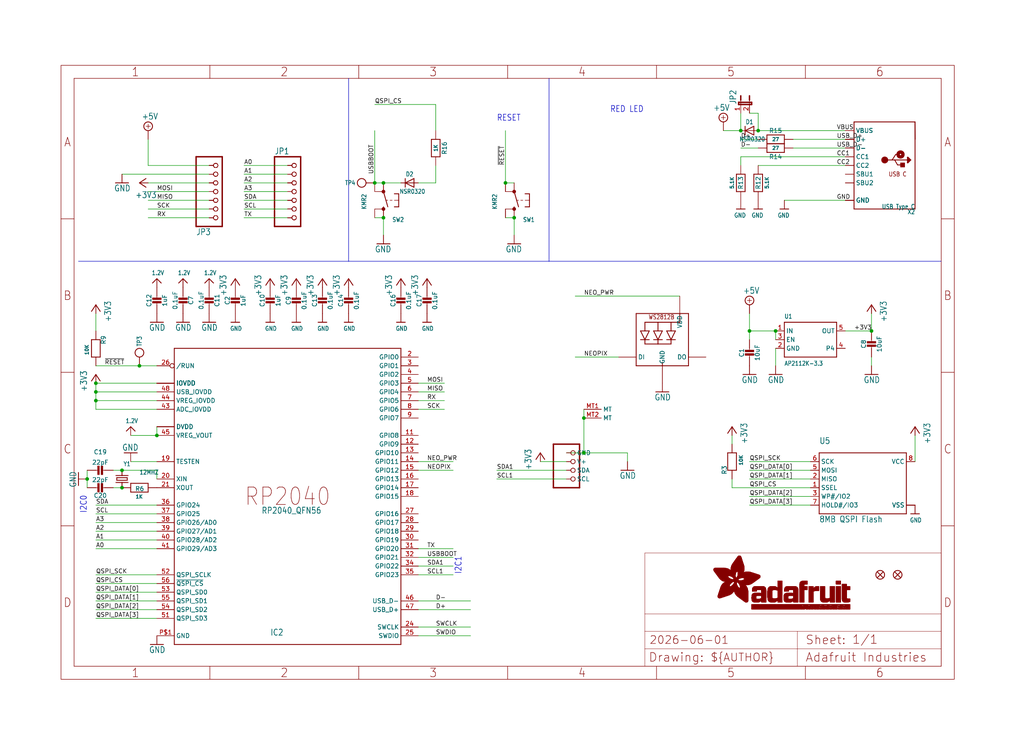
<source format=kicad_sch>
(kicad_sch (version 20230121) (generator eeschema)
  (paper "User" 298.45 217.322)
  (lib_symbols
    (symbol "working-eagle-import:+3V3" (power)
      (property "Value" "+3V3" (at -2.54 -5.08 90))
      (symbol "+3V3_1_0"
        (pin power_in line (at 0 -2.54 90) (length 2.54) (name "+3V3") (number "1"))
      )
    )
    (symbol "working-eagle-import:+5V" (power)
      (property "Value" "+5V" (at -1.905 3.175 0))
      (symbol "+5V_1_0"
        (pin power_in line (at 0 -2.54 90) (length 2.54) (name "+5V") (number "1"))
      )
    )
    (symbol "working-eagle-import:1.2V" (power)
      (property "Value" "1.2V" (at -1.524 1.016 0))
      (symbol "1.2V_1_0"
        (pin power_in line (at 0 -2.54 90) (length 2.54) (name "1.2V") (number "1"))
      )
    )
    (symbol "working-eagle-import:CAP_CERAMIC0603_NO"
      (property "Reference" "C" (at -2.29 1.25 90))
      (symbol "CAP_CERAMIC0603_NO_1_0"
        (pin passive line (at 0 5.08 270) (length 2.54) (name "1") (number "1"))
        (pin passive line (at 0 -2.54 90) (length 2.54) (name "2") (number "2"))
      )
    )
    (symbol "working-eagle-import:CAP_CERAMIC0805-NOOUTLINE"
      (property "Reference" "C" (at -2.29 1.25 90))
      (symbol "CAP_CERAMIC0805-NOOUTLINE_1_0"
        (pin passive line (at 0 5.08 270) (length 2.54) (name "1") (number "1"))
        (pin passive line (at 0 -2.54 90) (length 2.54) (name "2") (number "2"))
      )
    )
    (symbol "working-eagle-import:CAP_CERAMIC_0402NO"
      (property "Reference" "C" (at -2.29 1.25 90))
      (symbol "CAP_CERAMIC_0402NO_1_0"
        (pin passive line (at 0 5.08 270) (length 2.54) (name "1") (number "1"))
        (pin passive line (at 0 -2.54 90) (length 2.54) (name "2") (number "2"))
      )
    )
    (symbol "working-eagle-import:CRYSTAL2.5X2.0"
      (property "Reference" "Y" (at -2.54 2.54 0))
      (symbol "CRYSTAL2.5X2.0_1_0"
        (pin passive line (at -2.54 0 0) (length 0) (name "1") (number "1"))
        (pin passive line (at 2.54 0 180) (length 0) (name "2") (number "3"))
      )
    )
    (symbol "working-eagle-import:DIODE_SOD323MINI"
      (property "Reference" "D" (at 0 2.54 0))
      (symbol "DIODE_SOD323MINI_1_0"
        (pin passive line (at -2.54 0 0) (length 2.54) (name "A") (number "A"))
        (pin passive line (at 2.54 0 180) (length 2.54) (name "C") (number "C"))
      )
    )
    (symbol "working-eagle-import:FIDUCIAL_1MM")
    (symbol "working-eagle-import:FRAME_A4_ADAFRUIT"
      (symbol "FRAME_A4_ADAFRUIT_1_0"
        (text "${#}/${##}" (at 230.505 10.16 0) (effects (font (size 2.54 2.54)) (justify left bottom)))
        (text "${AUTHOR}" (at 189.23 5.08 0) (effects (font (size 2.286 2.286)) (justify left bottom)))
        (text "${CURRENT_DATE}" (at 171.45 10.16 0) (effects (font (size 2.286 2.286)) (justify left bottom)))
        (text "${PROJECTNAME}" (at 171.45 15.24 0) (effects (font (size 2.54 2.54)) (justify left bottom)))
        (text "1" (at 21.6958 1.905 0) (effects (font (size 2.54 2.286))))
        (text "1" (at 21.6958 177.165 0) (effects (font (size 2.54 2.286))))
        (text "2" (at 65.0875 1.905 0) (effects (font (size 2.54 2.286))))
        (text "2" (at 65.0875 177.165 0) (effects (font (size 2.54 2.286))))
        (text "3" (at 108.4792 1.905 0) (effects (font (size 2.54 2.286))))
        (text "3" (at 108.4792 177.165 0) (effects (font (size 2.54 2.286))))
        (text "4" (at 151.8708 1.905 0) (effects (font (size 2.54 2.286))))
        (text "4" (at 151.8708 177.165 0) (effects (font (size 2.54 2.286))))
        (text "5" (at 195.2625 1.905 0) (effects (font (size 2.54 2.286))))
        (text "5" (at 195.2625 177.165 0) (effects (font (size 2.54 2.286))))
        (text "6" (at 238.6542 1.905 0) (effects (font (size 2.54 2.286))))
        (text "6" (at 238.6542 177.165 0) (effects (font (size 2.54 2.286))))
        (text "A" (at 1.905 156.6863 0) (effects (font (size 2.54 2.286))))
        (text "A" (at 258.445 156.6863 0) (effects (font (size 2.54 2.286))))
        (text "Adafruit Industries" (at 216.916 4.953 0) (effects (font (size 2.54 2.54)) (justify left bottom)))
        (text "B" (at 1.905 111.9188 0) (effects (font (size 2.54 2.286))))
        (text "B" (at 258.445 111.9188 0) (effects (font (size 2.54 2.286))))
        (text "C" (at 1.905 67.1513 0) (effects (font (size 2.54 2.286))))
        (text "C" (at 258.445 67.1513 0) (effects (font (size 2.54 2.286))))
        (text "D" (at 1.905 22.3838 0) (effects (font (size 2.54 2.286))))
        (text "D" (at 258.445 22.3838 0) (effects (font (size 2.54 2.286))))
        (text "Drawing:" (at 171.196 4.953 0) (effects (font (size 2.54 2.54)) (justify left bottom)))
        (text "Sheet:" (at 216.916 10.033 0) (effects (font (size 2.54 2.54)) (justify left bottom)))
      )
    )
    (symbol "working-eagle-import:GND" (power)
      (property "Value" "GND" (at -2.54 -2.54 0))
      (symbol "GND_1_0"
        (pin power_in line (at 0 2.54 270) (length 2.54) (name "GND") (number "1"))
      )
    )
    (symbol "working-eagle-import:HEADER-1X7_CASTEL"
      (property "Reference" "JP" (at -6.35 10.795 0))
      (symbol "HEADER-1X7_CASTEL_1_0"
        (pin passive inverted (at -2.54 7.62 0) (length 2.54) (name "1") (number "1"))
        (pin passive inverted (at -2.54 7.62 0) (length 2.54) (name "1") (number "1C"))
        (pin passive inverted (at -2.54 5.08 0) (length 2.54) (name "2") (number "2"))
        (pin passive inverted (at -2.54 5.08 0) (length 2.54) (name "2") (number "2C"))
        (pin passive inverted (at -2.54 2.54 0) (length 2.54) (name "3") (number "3"))
        (pin passive inverted (at -2.54 2.54 0) (length 2.54) (name "3") (number "3C"))
        (pin passive inverted (at -2.54 0 0) (length 2.54) (name "4") (number "4"))
        (pin passive inverted (at -2.54 0 0) (length 2.54) (name "4") (number "4C"))
        (pin passive inverted (at -2.54 -2.54 0) (length 2.54) (name "5") (number "5"))
        (pin passive inverted (at -2.54 -2.54 0) (length 2.54) (name "5") (number "5C"))
        (pin passive inverted (at -2.54 -5.08 0) (length 2.54) (name "6") (number "6"))
        (pin passive inverted (at -2.54 -5.08 0) (length 2.54) (name "6") (number "6C"))
        (pin passive inverted (at -2.54 -7.62 0) (length 2.54) (name "7") (number "7"))
        (pin passive inverted (at -2.54 -7.62 0) (length 2.54) (name "7") (number "7C"))
      )
    )
    (symbol "working-eagle-import:JUMPER-2SMD-NO"
      (property "Reference" "JP" (at -1.27 0 90))
      (symbol "JUMPER-2SMD-NO_1_0"
        (pin passive line (at 0 -2.54 90) (length 2.54) (name "1") (number "1"))
        (pin passive line (at 2.54 -2.54 90) (length 2.54) (name "2") (number "2"))
      )
    )
    (symbol "working-eagle-import:RESISTOR_0402NO"
      (property "Reference" "R" (at 0 2.54 0))
      (symbol "RESISTOR_0402NO_1_0"
        (pin passive line (at -5.08 0 0) (length 2.54) (name "1") (number "1"))
        (pin passive line (at 5.08 0 180) (length 2.54) (name "2") (number "2"))
      )
    )
    (symbol "working-eagle-import:RP2040_QFN56"
      (property "Reference" "IC" (at -5.08 -40.64 0))
      (symbol "RP2040_QFN56_1_0"
        (text "RP2040" (at 0 0 0) (effects (font (size 5.08 4.318))))
        (pin power_in line (at -38.1 33.02 0) (length 5.08) (name "IOVDD") (number "1"))
        (pin power_in line (at -38.1 33.02 0) (length 5.08) (name "IOVDD") (number "10"))
        (pin bidirectional line (at 38.1 17.78 180) (length 5.08) (name "GPIO8") (number "11"))
        (pin bidirectional line (at 38.1 15.24 180) (length 5.08) (name "GPIO9") (number "12"))
        (pin bidirectional line (at 38.1 12.7 180) (length 5.08) (name "GPIO10") (number "13"))
        (pin bidirectional line (at 38.1 10.16 180) (length 5.08) (name "GPIO11") (number "14"))
        (pin bidirectional line (at 38.1 7.62 180) (length 5.08) (name "GPIO12") (number "15"))
        (pin bidirectional line (at 38.1 5.08 180) (length 5.08) (name "GPIO13") (number "16"))
        (pin bidirectional line (at 38.1 2.54 180) (length 5.08) (name "GPIO14") (number "17"))
        (pin bidirectional line (at 38.1 0 180) (length 5.08) (name "GPIO15") (number "18"))
        (pin input line (at -38.1 10.16 0) (length 5.08) (name "TESTEN") (number "19"))
        (pin bidirectional line (at 38.1 40.64 180) (length 5.08) (name "GPIO0") (number "2"))
        (pin input line (at -38.1 5.08 0) (length 5.08) (name "XIN") (number "20"))
        (pin output line (at -38.1 2.54 0) (length 5.08) (name "XOUT") (number "21"))
        (pin power_in line (at -38.1 33.02 0) (length 5.08) (name "IOVDD") (number "22"))
        (pin power_in line (at -38.1 20.32 0) (length 5.08) (name "DVDD") (number "23"))
        (pin bidirectional line (at 38.1 -38.1 180) (length 5.08) (name "SWCLK") (number "24"))
        (pin bidirectional line (at 38.1 -40.64 180) (length 5.08) (name "SWDIO") (number "25"))
        (pin bidirectional inverted (at -38.1 38.1 0) (length 5.08) (name "/RUN") (number "26"))
        (pin bidirectional line (at 38.1 -5.08 180) (length 5.08) (name "GPIO16") (number "27"))
        (pin bidirectional line (at 38.1 -7.62 180) (length 5.08) (name "GPIO17") (number "28"))
        (pin bidirectional line (at 38.1 -10.16 180) (length 5.08) (name "GPIO18") (number "29"))
        (pin bidirectional line (at 38.1 38.1 180) (length 5.08) (name "GPIO1") (number "3"))
        (pin bidirectional line (at 38.1 -12.7 180) (length 5.08) (name "GPIO19") (number "30"))
        (pin bidirectional line (at 38.1 -15.24 180) (length 5.08) (name "GPIO20") (number "31"))
        (pin bidirectional line (at 38.1 -17.78 180) (length 5.08) (name "GPIO21") (number "32"))
        (pin power_in line (at -38.1 33.02 0) (length 5.08) (name "IOVDD") (number "33"))
        (pin bidirectional line (at 38.1 -20.32 180) (length 5.08) (name "GPIO22") (number "34"))
        (pin bidirectional line (at 38.1 -22.86 180) (length 5.08) (name "GPIO23") (number "35"))
        (pin bidirectional line (at -38.1 -2.54 0) (length 5.08) (name "GPIO24") (number "36"))
        (pin bidirectional line (at -38.1 -5.08 0) (length 5.08) (name "GPIO25") (number "37"))
        (pin bidirectional line (at -38.1 -7.62 0) (length 5.08) (name "GPIO26/AD0") (number "38"))
        (pin bidirectional line (at -38.1 -10.16 0) (length 5.08) (name "GPIO27/AD1") (number "39"))
        (pin bidirectional line (at 38.1 35.56 180) (length 5.08) (name "GPIO2") (number "4"))
        (pin bidirectional line (at -38.1 -12.7 0) (length 5.08) (name "GPIO28/AD2") (number "40"))
        (pin bidirectional line (at -38.1 -15.24 0) (length 5.08) (name "GPIO29/AD3") (number "41"))
        (pin power_in line (at -38.1 33.02 0) (length 5.08) (name "IOVDD") (number "42"))
        (pin power_in line (at -38.1 25.4 0) (length 5.08) (name "ADC_IOVDD") (number "43"))
        (pin power_in line (at -38.1 27.94 0) (length 5.08) (name "VREG_IOVDD") (number "44"))
        (pin power_in line (at -38.1 17.78 0) (length 5.08) (name "VREG_VOUT") (number "45"))
        (pin bidirectional line (at 38.1 -30.48 180) (length 5.08) (name "USB_D-") (number "46"))
        (pin bidirectional line (at 38.1 -33.02 180) (length 5.08) (name "USB_D+") (number "47"))
        (pin power_in line (at -38.1 30.48 0) (length 5.08) (name "USB_IOVDD") (number "48"))
        (pin power_in line (at -38.1 33.02 0) (length 5.08) (name "IOVDD") (number "49"))
        (pin bidirectional line (at 38.1 33.02 180) (length 5.08) (name "GPIO3") (number "5"))
        (pin power_in line (at -38.1 20.32 0) (length 5.08) (name "DVDD") (number "50"))
        (pin bidirectional line (at -38.1 -35.56 0) (length 5.08) (name "QSPI_SD3") (number "51"))
        (pin bidirectional line (at -38.1 -22.86 0) (length 5.08) (name "QSPI_SCLK") (number "52"))
        (pin bidirectional line (at -38.1 -27.94 0) (length 5.08) (name "QSPI_SD0") (number "53"))
        (pin bidirectional line (at -38.1 -33.02 0) (length 5.08) (name "QSPI_SD2") (number "54"))
        (pin bidirectional line (at -38.1 -30.48 0) (length 5.08) (name "QSPI_SD1") (number "55"))
        (pin bidirectional line (at -38.1 -25.4 0) (length 5.08) (name "~{QSPI_CS}") (number "56"))
        (pin bidirectional line (at 38.1 30.48 180) (length 5.08) (name "GPIO4") (number "6"))
        (pin bidirectional line (at 38.1 27.94 180) (length 5.08) (name "GPIO5") (number "7"))
        (pin bidirectional line (at 38.1 25.4 180) (length 5.08) (name "GPIO6") (number "8"))
        (pin bidirectional line (at 38.1 22.86 180) (length 5.08) (name "GPIO7") (number "9"))
        (pin power_in line (at -38.1 -40.64 0) (length 5.08) (name "GND") (number "P$1"))
      )
    )
    (symbol "working-eagle-import:SPIFLASH_8PIN_4X4"
      (property "Reference" "U" (at -12.7 12.7 0))
      (symbol "SPIFLASH_8PIN_4X4_1_0"
        (pin bidirectional line (at -15.24 0 0) (length 2.54) (name "SSEL") (number "1"))
        (pin bidirectional line (at -15.24 2.54 0) (length 2.54) (name "MISO") (number "2"))
        (pin bidirectional line (at -15.24 -2.54 0) (length 2.54) (name "WP#/IO2") (number "3"))
        (pin bidirectional line (at 15.24 -5.08 180) (length 2.54) (name "VSS") (number "4"))
        (pin bidirectional line (at -15.24 5.08 0) (length 2.54) (name "MOSI") (number "5"))
        (pin bidirectional line (at -15.24 7.62 0) (length 2.54) (name "SCK") (number "6"))
        (pin bidirectional line (at -15.24 -5.08 0) (length 2.54) (name "HOLD#/IO3") (number "7"))
        (pin bidirectional line (at 15.24 7.62 180) (length 2.54) (name "VCC") (number "8"))
        (pin bidirectional line (at 15.24 -5.08 180) (length 2.54) (name "VSS") (number "PAD"))
      )
    )
    (symbol "working-eagle-import:STEMMA_I2C_QTSKINNY"
      (symbol "STEMMA_I2C_QTSKINNY_1_0"
        (pin passive inverted (at 0 5.08 0) (length 2.54) (name "GND") (number "1"))
        (pin passive inverted (at 0 2.54 0) (length 2.54) (name "V+") (number "2"))
        (pin passive inverted (at 0 0 0) (length 2.54) (name "SDA") (number "3"))
        (pin passive inverted (at 0 -2.54 0) (length 2.54) (name "SCL") (number "4"))
      )
      (symbol "STEMMA_I2C_QTSKINNY_2_0"
        (pin bidirectional line (at 0 0 0) (length 5.08) (name "MT") (number "MT1"))
      )
      (symbol "STEMMA_I2C_QTSKINNY_3_0"
        (pin bidirectional line (at 0 0 0) (length 5.08) (name "MT") (number "MT2"))
      )
    )
    (symbol "working-eagle-import:SWITCH_TACT_SMT4.6X2.8"
      (property "Reference" "SW" (at -2.54 6.35 0))
      (symbol "SWITCH_TACT_SMT4.6X2.8_1_0"
        (pin passive line (at -5.08 0 0) (length 2.54) (name "P") (number "A"))
        (pin passive line (at -5.08 -2.54 0) (length 2.54) (name "P1") (number "A'"))
        (pin passive line (at 5.08 0 180) (length 2.54) (name "S") (number "B"))
        (pin passive line (at 5.08 -2.54 180) (length 2.54) (name "S1") (number "B'"))
      )
    )
    (symbol "working-eagle-import:TESTPOINTROUND1.5MMNO"
      (property "Reference" "TP" (at 0 5.588 90))
      (symbol "TESTPOINTROUND1.5MMNO_1_0"
        (pin bidirectional line (at 0 0 90) (length 2.54) (name "P$1") (number "P$1"))
      )
    )
    (symbol "working-eagle-import:USB_C"
      (property "Reference" "X" (at -10.16 13.716 0))
      (symbol "USB_C_1_0"
        (text "USB C" (at -5.08 -2.54 0) (effects (font (size 1.27 1.0795))))
        (pin power_in line (at 10.16 -10.16 180) (length 2.54) (name "GND") (number "A1B12"))
        (pin power_in line (at 10.16 10.16 180) (length 2.54) (name "VBUS") (number "A4B9"))
        (pin bidirectional line (at 10.16 2.54 180) (length 2.54) (name "CC1") (number "A5"))
        (pin bidirectional line (at 10.16 7.62 180) (length 2.54) (name "D+") (number "A6"))
        (pin bidirectional line (at 10.16 5.08 180) (length 2.54) (name "D-") (number "A7"))
        (pin bidirectional line (at 10.16 -2.54 180) (length 2.54) (name "SBU1") (number "A8"))
        (pin power_in line (at 10.16 -10.16 180) (length 2.54) (name "GND") (number "B1A12"))
        (pin power_in line (at 10.16 10.16 180) (length 2.54) (name "VBUS") (number "B4A9"))
        (pin bidirectional line (at 10.16 0 180) (length 2.54) (name "CC2") (number "B5"))
        (pin bidirectional line (at 10.16 7.62 180) (length 2.54) (name "D+") (number "B6"))
        (pin bidirectional line (at 10.16 5.08 180) (length 2.54) (name "D-") (number "B7"))
        (pin bidirectional line (at 10.16 -5.08 180) (length 2.54) (name "SBU2") (number "B8"))
      )
    )
    (symbol "working-eagle-import:VREG_SOT23-5"
      (property "Reference" "U" (at -7.62 6.096 0))
      (symbol "VREG_SOT23-5_1_0"
        (pin power_in line (at -10.16 2.54 0) (length 2.54) (name "IN") (number "1"))
        (pin power_in line (at -10.16 -2.54 0) (length 2.54) (name "GND") (number "2"))
        (pin input line (at -10.16 0 0) (length 2.54) (name "EN") (number "3"))
        (pin bidirectional line (at 10.16 -2.54 180) (length 2.54) (name "P4") (number "4"))
        (pin power_in line (at 10.16 2.54 180) (length 2.54) (name "OUT") (number "5"))
      )
    )
    (symbol "working-eagle-import:WS2812B_SK6805_1515"
      (symbol "WS2812B_SK6805_1515_1_0"
        (text "WS2812B" (at -4.064 8.382 0) (effects (font (size 1.27 1.0795)) (justify left bottom)))
        (pin input line (at -12.7 -2.54 0) (length 5.08) (name "DI") (number "1"))
        (pin power_in line (at 5.08 15.24 270) (length 5.08) (name "VDD") (number "2"))
        (pin output line (at 12.7 -2.54 180) (length 5.08) (name "DO") (number "3"))
        (pin power_in line (at 0 -10.16 90) (length 5.08) (name "GND") (number "4"))
      )
    )
    (symbol "working-eagle-import:microbuilder_GND" (power)
      (property "Value" "microbuilder_GND" (at -1.524 -2.54 0))
      (symbol "microbuilder_GND_1_0"
        (pin power_in line (at 0 2.54 270) (length 2.54) (name "GND") (number "1"))
      )
    )
  )
  (junction (at 147.32 53.34))
  (junction (at 40.64 106.68))
  (junction (at 149.86 63.5))
  (junction (at 25.4 139.7))
  (junction (at 27.94 114.3))
  (junction (at 45.72 127))
  (junction (at 170.18 132.08))
  (junction (at 170.18 121.92))
  (junction (at 220.98 38.1))
  (junction (at 215.9 38.1))
  (junction (at 27.94 116.84))
  (junction (at 35.56 137.16))
  (junction (at 111.76 53.34))
  (junction (at 35.56 142.24))
  (junction (at 218.44 96.52))
  (junction (at 27.94 111.76))
  (junction (at 226.06 96.52))
  (junction (at 111.76 63.5))
  (junction (at 254 96.52))
  (junction (at 109.22 53.34))
  (wire (pts (xy 27.94 114.3) (xy 27.94 111.76)) (stroke (width 0.1524)))
  (wire (pts (xy 236.22 139.7) (xy 218.44 139.7)) (stroke (width 0.1524)))
  (wire (pts (xy 83.82 55.88) (xy 71.12 55.88)) (stroke (width 0.1524)))
  (wire (pts (xy 40.64 106.68) (xy 27.94 106.68)) (stroke (width 0.1524)))
  (wire (pts (xy 27.94 154.94) (xy 45.72 154.94)) (stroke (width 0.1524)))
  (wire (pts (xy 198.12 86.36) (xy 167.64 86.36)) (stroke (width 0.1524)))
  (wire (pts (xy 215.9 38.1) (xy 210.82 38.1)) (stroke (width 0.1524)))
  (wire (pts (xy 25.4 139.7) (xy 25.4 137.16)) (stroke (width 0.1524)))
  (wire (pts (xy 60.96 48.26) (xy 43.18 48.26)) (stroke (width 0.1524)))
  (wire (pts (xy 35.56 137.16) (xy 45.72 137.16)) (stroke (width 0.1524)))
  (wire (pts (xy 35.56 137.16) (xy 33.02 137.16)) (stroke (width 0.1524)))
  (wire (pts (xy 180.34 104.14) (xy 167.64 104.14)) (stroke (width 0.1524)))
  (wire (pts (xy 27.94 175.26) (xy 45.72 175.26)) (stroke (width 0.1524)))
  (wire (pts (xy 149.86 53.34) (xy 147.32 53.34)) (stroke (width 0.1524)))
  (wire (pts (xy 33.02 142.24) (xy 35.56 142.24)) (stroke (width 0.1524)))
  (wire (pts (xy 132.08 167.64) (xy 121.92 167.64)) (stroke (width 0.1524)))
  (wire (pts (xy 25.4 142.24) (xy 25.4 139.7)) (stroke (width 0.1524)))
  (wire (pts (xy 218.44 91.44) (xy 218.44 96.52)) (stroke (width 0.1524)))
  (wire (pts (xy 27.94 160.02) (xy 45.72 160.02)) (stroke (width 0.1524)))
  (wire (pts (xy 121.92 114.3) (xy 129.54 114.3)) (stroke (width 0.1524)))
  (wire (pts (xy 215.9 43.18) (xy 220.98 43.18)) (stroke (width 0.1524)))
  (wire (pts (xy 228.6 58.42) (xy 246.38 58.42)) (stroke (width 0.1524)))
  (wire (pts (xy 121.92 111.76) (xy 129.54 111.76)) (stroke (width 0.1524)))
  (wire (pts (xy 60.96 55.88) (xy 43.18 55.88)) (stroke (width 0.1524)))
  (wire (pts (xy 60.96 63.5) (xy 43.18 63.5)) (stroke (width 0.1524)))
  (wire (pts (xy 83.82 60.96) (xy 71.12 60.96)) (stroke (width 0.1524)))
  (wire (pts (xy 121.92 134.62) (xy 132.08 134.62)) (stroke (width 0.1524)))
  (wire (pts (xy 170.18 119.38) (xy 170.18 121.92)) (stroke (width 0.1524)))
  (wire (pts (xy 127 38.1) (xy 127 30.48)) (stroke (width 0.1524)))
  (wire (pts (xy 60.96 53.34) (xy 43.18 53.34)) (stroke (width 0.1524)))
  (wire (pts (xy 45.72 114.3) (xy 27.94 114.3)) (stroke (width 0.1524)))
  (wire (pts (xy 213.36 127) (xy 213.36 129.54)) (stroke (width 0.1524)))
  (wire (pts (xy 111.76 63.5) (xy 111.76 68.58)) (stroke (width 0.1524)))
  (wire (pts (xy 213.36 142.24) (xy 236.22 142.24)) (stroke (width 0.1524)))
  (wire (pts (xy 121.92 175.26) (xy 137.16 175.26)) (stroke (width 0.1524)))
  (wire (pts (xy 254 106.68) (xy 254 104.14)) (stroke (width 0.1524)))
  (wire (pts (xy 45.72 170.18) (xy 27.94 170.18)) (stroke (width 0.1524)))
  (wire (pts (xy 45.72 167.64) (xy 27.94 167.64)) (stroke (width 0.1524)))
  (wire (pts (xy 182.88 132.08) (xy 182.88 134.62)) (stroke (width 0.1524)))
  (wire (pts (xy 45.72 157.48) (xy 27.94 157.48)) (stroke (width 0.1524)))
  (polyline (pts (xy 160.02 76.2) (xy 101.6 76.2)) (stroke (width 0.1524) (type solid)))
  (wire (pts (xy 45.72 119.38) (xy 27.94 119.38)) (stroke (width 0.1524)))
  (wire (pts (xy 27.94 180.34) (xy 45.72 180.34)) (stroke (width 0.1524)))
  (wire (pts (xy 45.72 137.16) (xy 45.72 139.7)) (stroke (width 0.1524)))
  (wire (pts (xy 27.94 177.8) (xy 45.72 177.8)) (stroke (width 0.1524)))
  (wire (pts (xy 45.72 111.76) (xy 27.94 111.76)) (stroke (width 0.1524)))
  (wire (pts (xy 111.76 53.34) (xy 109.22 53.34)) (stroke (width 0.1524)))
  (wire (pts (xy 109.22 53.34) (xy 109.22 38.1)) (stroke (width 0.1524)))
  (wire (pts (xy 43.18 48.26) (xy 43.18 40.64)) (stroke (width 0.1524)))
  (wire (pts (xy 236.22 144.78) (xy 218.44 144.78)) (stroke (width 0.1524)))
  (wire (pts (xy 246.38 45.72) (xy 215.9 45.72)) (stroke (width 0.1524)))
  (wire (pts (xy 246.38 96.52) (xy 254 96.52)) (stroke (width 0.1524)))
  (wire (pts (xy 147.32 63.5) (xy 149.86 63.5)) (stroke (width 0.1524)))
  (wire (pts (xy 127 30.48) (xy 109.22 30.48)) (stroke (width 0.1524)))
  (wire (pts (xy 27.94 116.84) (xy 27.94 114.3)) (stroke (width 0.1524)))
  (wire (pts (xy 149.86 63.5) (xy 149.86 68.58)) (stroke (width 0.1524)))
  (wire (pts (xy 246.38 48.26) (xy 220.98 48.26)) (stroke (width 0.1524)))
  (wire (pts (xy 215.9 38.1) (xy 215.9 33.02)) (stroke (width 0.1524)))
  (wire (pts (xy 45.72 134.62) (xy 38.1 134.62)) (stroke (width 0.1524)))
  (wire (pts (xy 218.44 99.06) (xy 218.44 96.52)) (stroke (width 0.1524)))
  (wire (pts (xy 121.92 177.8) (xy 137.16 177.8)) (stroke (width 0.1524)))
  (wire (pts (xy 45.72 106.68) (xy 40.64 106.68)) (stroke (width 0.1524)))
  (wire (pts (xy 137.16 182.88) (xy 121.92 182.88)) (stroke (width 0.1524)))
  (wire (pts (xy 236.22 134.62) (xy 218.44 134.62)) (stroke (width 0.1524)))
  (wire (pts (xy 254 91.44) (xy 254 96.52)) (stroke (width 0.1524)))
  (wire (pts (xy 127 53.34) (xy 127 48.26)) (stroke (width 0.1524)))
  (wire (pts (xy 71.12 48.26) (xy 83.82 48.26)) (stroke (width 0.1524)))
  (wire (pts (xy 121.92 185.42) (xy 137.16 185.42)) (stroke (width 0.1524)))
  (wire (pts (xy 38.1 127) (xy 45.72 127)) (stroke (width 0.1524)))
  (wire (pts (xy 111.76 53.34) (xy 116.84 53.34)) (stroke (width 0.1524)))
  (wire (pts (xy 170.18 132.08) (xy 182.88 132.08)) (stroke (width 0.1524)))
  (wire (pts (xy 83.82 50.8) (xy 71.12 50.8)) (stroke (width 0.1524)))
  (wire (pts (xy 266.7 127) (xy 266.7 134.62)) (stroke (width 0.1524)))
  (wire (pts (xy 213.36 139.7) (xy 213.36 142.24)) (stroke (width 0.1524)))
  (polyline (pts (xy 101.6 76.2) (xy 101.6 22.86)) (stroke (width 0.1524) (type solid)))
  (wire (pts (xy 121.92 119.38) (xy 129.54 119.38)) (stroke (width 0.1524)))
  (wire (pts (xy 246.38 40.64) (xy 231.14 40.64)) (stroke (width 0.1524)))
  (wire (pts (xy 27.94 91.44) (xy 27.94 96.52)) (stroke (width 0.1524)))
  (wire (pts (xy 121.92 162.56) (xy 132.08 162.56)) (stroke (width 0.1524)))
  (wire (pts (xy 121.92 165.1) (xy 132.08 165.1)) (stroke (width 0.1524)))
  (wire (pts (xy 60.96 58.42) (xy 43.18 58.42)) (stroke (width 0.1524)))
  (wire (pts (xy 165.1 139.7) (xy 144.78 139.7)) (stroke (width 0.1524)))
  (wire (pts (xy 71.12 58.42) (xy 83.82 58.42)) (stroke (width 0.1524)))
  (wire (pts (xy 170.18 121.92) (xy 170.18 132.08)) (stroke (width 0.1524)))
  (wire (pts (xy 27.94 172.72) (xy 45.72 172.72)) (stroke (width 0.1524)))
  (wire (pts (xy 215.9 45.72) (xy 215.9 48.26)) (stroke (width 0.1524)))
  (wire (pts (xy 71.12 53.34) (xy 83.82 53.34)) (stroke (width 0.1524)))
  (wire (pts (xy 218.44 96.52) (xy 226.06 96.52)) (stroke (width 0.1524)))
  (wire (pts (xy 226.06 101.6) (xy 226.06 106.68)) (stroke (width 0.1524)))
  (wire (pts (xy 60.96 50.8) (xy 35.56 50.8)) (stroke (width 0.1524)))
  (wire (pts (xy 121.92 137.16) (xy 132.08 137.16)) (stroke (width 0.1524)))
  (wire (pts (xy 165.1 137.16) (xy 144.78 137.16)) (stroke (width 0.1524)))
  (wire (pts (xy 220.98 40.64) (xy 215.9 40.64)) (stroke (width 0.1524)))
  (wire (pts (xy 220.98 33.02) (xy 220.98 38.1)) (stroke (width 0.1524)))
  (wire (pts (xy 109.22 63.5) (xy 111.76 63.5)) (stroke (width 0.1524)))
  (wire (pts (xy 121.92 160.02) (xy 132.08 160.02)) (stroke (width 0.1524)))
  (polyline (pts (xy 160.02 76.2) (xy 160.02 22.86)) (stroke (width 0.1524) (type solid)))
  (wire (pts (xy 218.44 137.16) (xy 236.22 137.16)) (stroke (width 0.1524)))
  (wire (pts (xy 226.06 99.06) (xy 226.06 96.52)) (stroke (width 0.1524)))
  (wire (pts (xy 220.98 38.1) (xy 246.38 38.1)) (stroke (width 0.1524)))
  (wire (pts (xy 45.72 152.4) (xy 27.94 152.4)) (stroke (width 0.1524)))
  (wire (pts (xy 121.92 116.84) (xy 129.54 116.84)) (stroke (width 0.1524)))
  (wire (pts (xy 218.44 147.32) (xy 236.22 147.32)) (stroke (width 0.1524)))
  (wire (pts (xy 45.72 147.32) (xy 27.94 147.32)) (stroke (width 0.1524)))
  (wire (pts (xy 231.14 43.18) (xy 246.38 43.18)) (stroke (width 0.1524)))
  (wire (pts (xy 27.94 149.86) (xy 45.72 149.86)) (stroke (width 0.1524)))
  (wire (pts (xy 27.94 119.38) (xy 27.94 116.84)) (stroke (width 0.1524)))
  (wire (pts (xy 60.96 60.96) (xy 43.18 60.96)) (stroke (width 0.1524)))
  (wire (pts (xy 45.72 116.84) (xy 27.94 116.84)) (stroke (width 0.1524)))
  (wire (pts (xy 165.1 134.62) (xy 157.48 134.62)) (stroke (width 0.1524)))
  (wire (pts (xy 218.44 33.02) (xy 220.98 33.02)) (stroke (width 0.1524)))
  (polyline (pts (xy 274.32 76.2) (xy 160.02 76.2)) (stroke (width 0.1524) (type solid)))
  (wire (pts (xy 45.72 124.46) (xy 45.72 127)) (stroke (width 0.1524)))
  (wire (pts (xy 121.92 53.34) (xy 127 53.34)) (stroke (width 0.1524)))
  (polyline (pts (xy 22.86 76.2) (xy 101.6 76.2)) (stroke (width 0.1524) (type solid)))
  (wire (pts (xy 147.32 53.34) (xy 147.32 38.1)) (stroke (width 0.1524)))
  (wire (pts (xy 83.82 63.5) (xy 71.12 63.5)) (stroke (width 0.1524)))
  (wire (pts (xy 165.1 132.08) (xy 170.18 132.08)) (stroke (width 0.1524)))
  (text "I2C0" (at 25.4 149.86 90) (effects (font (size 1.778 1.5113)) (justify left bottom)))
  (text "RESET" (at 144.78 35.56 0) (effects (font (size 1.778 1.5113)) (justify left bottom)))
  (text "I2C1" (at 134.62 167.64 90) (effects (font (size 1.778 1.5113)) (justify left bottom)))
  (text "RED LED" (at 177.8 33.02 0) (effects (font (size 1.778 1.5113)) (justify left bottom)))
  (label "NEOPIX" (at 170.18 104.14 0) (effects (font (size 1.2446 1.2446))))
  (label "NEO_PWR" (at 124.46 134.62 0) (effects (font (size 1.2446 1.2446))))
  (label "SCL" (at 27.94 149.86 0) (effects (font (size 1.2446 1.2446))))
  (label "QSPI_CS" (at 218.44 142.24 0) (effects (font (size 1.2446 1.2446))))
  (label "USBBOOT" (at 124.46 162.56 0) (effects (font (size 1.2446 1.2446))))
  (label "QSPI_DATA[2]" (at 27.94 177.8 0) (effects (font (size 1.2446 1.2446))))
  (label "SWCLK" (at 127 182.88 0) (effects (font (size 1.2446 1.2446))))
  (label "USB_D+" (at 243.84 40.64 0) (effects (font (size 1.2446 1.2446))))
  (label "QSPI_SCK" (at 27.94 167.64 0) (effects (font (size 1.2446 1.2446))))
  (label "TX" (at 124.46 160.02 0) (effects (font (size 1.2446 1.2446))))
  (label "QSPI_DATA[1]" (at 218.44 139.7 0) (effects (font (size 1.2446 1.2446))))
  (label "D+" (at 215.9 40.64 0) (effects (font (size 1.2446 1.2446))))
  (label "SDA" (at 27.94 147.32 0) (effects (font (size 1.2446 1.2446))))
  (label "QSPI_DATA[0]" (at 218.44 137.16 0) (effects (font (size 1.2446 1.2446))))
  (label "~{RESET}" (at 30.48 106.68 0) (effects (font (size 1.2446 1.2446))))
  (label "A1" (at 71.12 50.8 0) (effects (font (size 1.2446 1.2446))))
  (label "SCL1" (at 144.78 139.7 0) (effects (font (size 1.2446 1.2446))))
  (label "RX" (at 45.72 63.5 0) (effects (font (size 1.2446 1.2446))))
  (label "D-" (at 127 175.26 0) (effects (font (size 1.2446 1.2446))))
  (label "VBUS" (at 243.84 38.1 0) (effects (font (size 1.2446 1.2446))))
  (label "SCL1" (at 124.46 167.64 0) (effects (font (size 1.2446 1.2446))))
  (label "D-" (at 215.9 43.18 0) (effects (font (size 1.2446 1.2446))))
  (label "QSPI_SCK" (at 218.44 134.62 0) (effects (font (size 1.2446 1.2446))))
  (label "MISO" (at 45.72 58.42 0) (effects (font (size 1.2446 1.2446))))
  (label "A1" (at 27.94 157.48 0) (effects (font (size 1.2446 1.2446))))
  (label "SCK" (at 45.72 60.96 0) (effects (font (size 1.2446 1.2446))))
  (label "SDA1" (at 144.78 137.16 0) (effects (font (size 1.2446 1.2446))))
  (label "A3" (at 27.94 152.4 0) (effects (font (size 1.2446 1.2446))))
  (label "A0" (at 71.12 48.26 0) (effects (font (size 1.2446 1.2446))))
  (label "QSPI_DATA[2]" (at 218.44 144.78 0) (effects (font (size 1.2446 1.2446))))
  (label "SWDIO" (at 127 185.42 0) (effects (font (size 1.2446 1.2446))))
  (label "QSPI_CS" (at 109.22 30.48 0) (effects (font (size 1.2446 1.2446))))
  (label "+3V3" (at 248.92 96.52 0) (effects (font (size 1.2446 1.2446))))
  (label "~{RESET}" (at 147.32 48.26 90) (effects (font (size 1.2446 1.2446))))
  (label "USB_D-" (at 243.84 43.18 0) (effects (font (size 1.2446 1.2446))))
  (label "SDA1" (at 124.46 165.1 0) (effects (font (size 1.2446 1.2446))))
  (label "CC2" (at 243.84 48.26 0) (effects (font (size 1.2446 1.2446))))
  (label "USBBOOT" (at 109.22 50.8 90) (effects (font (size 1.2446 1.2446))))
  (label "SDA" (at 71.12 58.42 0) (effects (font (size 1.2446 1.2446))))
  (label "QSPI_DATA[0]" (at 27.94 172.72 0) (effects (font (size 1.2446 1.2446))))
  (label "A0" (at 27.94 160.02 0) (effects (font (size 1.2446 1.2446))))
  (label "QSPI_CS" (at 27.94 170.18 0) (effects (font (size 1.2446 1.2446))))
  (label "TX" (at 71.12 63.5 0) (effects (font (size 1.2446 1.2446))))
  (label "MOSI" (at 124.46 111.76 0) (effects (font (size 1.2446 1.2446))))
  (label "CC1" (at 243.84 45.72 0) (effects (font (size 1.2446 1.2446))))
  (label "A2" (at 71.12 53.34 0) (effects (font (size 1.2446 1.2446))))
  (label "RX" (at 124.46 116.84 0) (effects (font (size 1.2446 1.2446))))
  (label "NEO_PWR" (at 170.18 86.36 0) (effects (font (size 1.2446 1.2446))))
  (label "QSPI_DATA[3]" (at 218.44 147.32 0) (effects (font (size 1.2446 1.2446))))
  (label "SCL" (at 71.12 60.96 0) (effects (font (size 1.2446 1.2446))))
  (label "GND" (at 243.84 58.42 0) (effects (font (size 1.2446 1.2446))))
  (label "QSPI_DATA[3]" (at 27.94 180.34 0) (effects (font (size 1.2446 1.2446))))
  (label "D+" (at 127 177.8 0) (effects (font (size 1.2446 1.2446))))
  (label "NEOPIX" (at 124.46 137.16 0) (effects (font (size 1.2446 1.2446))))
  (label "MISO" (at 124.46 114.3 0) (effects (font (size 1.2446 1.2446))))
  (label "SCK" (at 124.46 119.38 0) (effects (font (size 1.2446 1.2446))))
  (label "MOSI" (at 45.72 55.88 0) (effects (font (size 1.2446 1.2446))))
  (label "A3" (at 71.12 55.88 0) (effects (font (size 1.2446 1.2446))))
  (label "QSPI_DATA[1]" (at 27.94 175.26 0) (effects (font (size 1.2446 1.2446))))
  (label "A2" (at 27.94 154.94 0) (effects (font (size 1.2446 1.2446))))
  (symbol (lib_id "working-eagle-import:RESISTOR_0402NO") (at 127 43.18 270) (unit 1)
    (property "Reference" "R16" (at 129.54 43.18 0))
    (property "Value" "1K" (at 127 43.18 0) (effects (font (size 1.016 1.016) bold)))
    (property "Footprint" "working:_0402NO" (effects hide))
  )
  (symbol (lib_id "working-eagle-import:STEMMA_I2C_QTSKINNY") (at 170.18 121.92 0) (unit 3)
    (property "Reference" "CONN1" (effects hide))
    (property "Value" "STEMMA_I2C_QTSKINNY" (effects hide))
    (property "Footprint" "working:JST_SH4_SKINNY" (effects hide))
  )
  (symbol (lib_id "working-eagle-import:1.2V") (at 45.72 81.28 0) (unit 1)
    (property "Reference" "#U$46" (effects hide))
    (property "Value" "1.2V" (at 44.196 80.264 0) (effects (font (size 1.27 1.0795)) (justify left bottom)))
  )
  (symbol (lib_id "working-eagle-import:VREG_SOT23-5") (at 236.22 99.06 0) (unit 1)
    (property "Reference" "U1" (at 228.6 92.964 0) (effects (font (size 1.27 1.0795)) (justify left bottom)))
    (property "Value" "AP2112K-3.3" (at 228.6 106.68 0) (effects (font (size 1.27 1.0795)) (justify left bottom)))
    (property "Footprint" "working:SOT23-5" (effects hide))
  )
  (symbol (lib_id "working-eagle-import:RESISTOR_0402NO") (at 226.06 40.64 0) (mirror y) (unit 1)
    (property "Reference" "R15" (at 226.06 38.1 0))
    (property "Value" "27" (at 226.06 40.64 0) (effects (font (size 1.016 1.016) bold)))
    (property "Footprint" "working:_0402NO" (effects hide))
  )
  (symbol (lib_id "working-eagle-import:STEMMA_I2C_QTSKINNY") (at 170.18 119.38 0) (unit 2)
    (property "Reference" "CONN1" (effects hide))
    (property "Value" "STEMMA_I2C_QTSKINNY" (effects hide))
    (property "Footprint" "working:JST_SH4_SKINNY" (effects hide))
  )
  (symbol (lib_id "working-eagle-import:1.2V") (at 53.34 81.28 0) (unit 1)
    (property "Reference" "#U$43" (effects hide))
    (property "Value" "1.2V" (at 51.816 80.264 0) (effects (font (size 1.27 1.0795)) (justify left bottom)))
  )
  (symbol (lib_id "working-eagle-import:CAP_CERAMIC_0402NO") (at 86.36 88.9 0) (unit 1)
    (property "Reference" "C9" (at 84.07 87.65 90))
    (property "Value" "0.1uF" (at 88.66 87.65 90))
    (property "Footprint" "working:_0402NO" (effects hide))
  )
  (symbol (lib_id "working-eagle-import:CAP_CERAMIC_0402NO") (at 60.96 86.36 180) (unit 1)
    (property "Reference" "C11" (at 63.25 87.61 90))
    (property "Value" "0.1uF" (at 58.66 87.61 90))
    (property "Footprint" "working:_0402NO" (effects hide))
  )
  (symbol (lib_id "working-eagle-import:GND") (at 182.88 137.16 0) (mirror y) (unit 1)
    (property "Reference" "#GND8" (effects hide))
    (property "Value" "GND" (at 185.42 139.7 0) (effects (font (size 1.778 1.5113)) (justify left bottom)))
  )
  (symbol (lib_id "working-eagle-import:RP2040_QFN56") (at 83.82 144.78 0) (unit 1)
    (property "Reference" "IC2" (at 78.74 185.42 0) (effects (font (size 1.778 1.5113)) (justify left bottom)))
    (property "Value" "RP2040_QFN56" (at 76.2 149.86 0) (effects (font (size 1.778 1.5113)) (justify left bottom)))
    (property "Footprint" "working:QFN56_7MM_REDUCEDEPAD" (effects hide))
  )
  (symbol (lib_id "working-eagle-import:USB_C") (at 256.54 48.26 0) (mirror y) (unit 1)
    (property "Reference" "X2" (at 266.7 62.484 0) (effects (font (size 1.27 1.0795)) (justify left bottom)))
    (property "Value" "USB Type C" (at 266.7 60.96 0) (effects (font (size 1.27 1.0795)) (justify left bottom)))
    (property "Footprint" "working:USB_C_CUSB31-CFM2AX-01-X" (effects hide))
  )
  (symbol (lib_id "working-eagle-import:RESISTOR_0402NO") (at 215.9 53.34 270) (mirror x) (unit 1)
    (property "Reference" "R13" (at 215.9 53.34 0))
    (property "Value" "5.1K" (at 213.36 53.34 0) (effects (font (size 1.016 1.016) bold)))
    (property "Footprint" "working:_0402NO" (effects hide))
  )
  (symbol (lib_id "working-eagle-import:1.2V") (at 60.96 81.28 0) (unit 1)
    (property "Reference" "#U$45" (effects hide))
    (property "Value" "1.2V" (at 59.436 80.264 0) (effects (font (size 1.27 1.0795)) (justify left bottom)))
  )
  (symbol (lib_id "working-eagle-import:+5V") (at 43.18 38.1 0) (unit 1)
    (property "Reference" "#SUPPLY3" (effects hide))
    (property "Value" "+5V" (at 41.275 34.925 0) (effects (font (size 1.778 1.5113)) (justify left bottom)))
  )
  (symbol (lib_id "working-eagle-import:+3V3") (at 254 88.9 0) (mirror y) (unit 1)
    (property "Reference" "#+3V1" (effects hide))
    (property "Value" "+3V3" (at 256.54 93.98 90) (effects (font (size 1.778 1.5113)) (justify left bottom)))
  )
  (symbol (lib_id "working-eagle-import:+3V3") (at 86.36 81.28 0) (unit 1)
    (property "Reference" "#+3V11" (effects hide))
    (property "Value" "+3V3" (at 83.82 86.36 90) (effects (font (size 1.778 1.5113)) (justify left bottom)))
  )
  (symbol (lib_id "working-eagle-import:CAP_CERAMIC_0402NO") (at 124.46 88.9 0) (unit 1)
    (property "Reference" "C17" (at 122.17 87.65 90))
    (property "Value" "0.1uF" (at 126.76 87.65 90))
    (property "Footprint" "working:_0402NO" (effects hide))
  )
  (symbol (lib_id "working-eagle-import:microbuilder_GND") (at 86.36 93.98 0) (unit 1)
    (property "Reference" "#U$48" (effects hide))
    (property "Value" "GND" (at 84.836 96.52 0) (effects (font (size 1.27 1.0795)) (justify left bottom)))
  )
  (symbol (lib_id "working-eagle-import:microbuilder_GND") (at 93.98 93.98 0) (unit 1)
    (property "Reference" "#U$49" (effects hide))
    (property "Value" "GND" (at 92.456 96.52 0) (effects (font (size 1.27 1.0795)) (justify left bottom)))
  )
  (symbol (lib_id "working-eagle-import:+3V3") (at 213.36 124.46 0) (mirror y) (unit 1)
    (property "Reference" "#+3V8" (effects hide))
    (property "Value" "+3V3" (at 215.9 129.54 90) (effects (font (size 1.778 1.5113)) (justify left bottom)))
  )
  (symbol (lib_id "working-eagle-import:CRYSTAL2.5X2.0") (at 35.56 139.7 90) (unit 1)
    (property "Reference" "Y1" (at 38.1 134.62 90) (effects (font (size 1.27 1.0795)) (justify left bottom)))
    (property "Value" "12MHZ" (at 40.64 138.43 90) (effects (font (size 1.27 1.0795)) (justify right top)))
    (property "Footprint" "working:CRYSTAL_2.5X2" (effects hide))
  )
  (symbol (lib_id "working-eagle-import:HEADER-1X7_CASTEL") (at 63.5 55.88 0) (mirror x) (unit 1)
    (property "Reference" "JP3" (at 57.15 66.675 0) (effects (font (size 1.778 1.5113)) (justify left bottom)))
    (property "Value" "HEADER-1X7_CASTEL" (effects hide))
    (property "Footprint" "working:1X07_CASTEL" (effects hide))
  )
  (symbol (lib_id "working-eagle-import:microbuilder_GND") (at 101.6 93.98 0) (unit 1)
    (property "Reference" "#U$50" (effects hide))
    (property "Value" "GND" (at 100.076 96.52 0) (effects (font (size 1.27 1.0795)) (justify left bottom)))
  )
  (symbol (lib_id "working-eagle-import:WS2812B_SK6805_1515") (at 193.04 101.6 0) (unit 1)
    (property "Reference" "LED1" (effects hide))
    (property "Value" "WS2812B_SK6805_1515" (effects hide))
    (property "Footprint" "working:SK6805_1515" (effects hide))
  )
  (symbol (lib_id "working-eagle-import:TESTPOINTROUND1.5MMNO") (at 40.64 106.68 0) (unit 1)
    (property "Reference" "TP3" (at 40.64 101.092 90) (effects (font (size 1.27 1.0795)) (justify left)))
    (property "Value" "TESTPOINTROUND1.5MMNO" (effects hide))
    (property "Footprint" "working:TESTPOINT_ROUND_1.5MM_NO" (effects hide))
  )
  (symbol (lib_id "working-eagle-import:CAP_CERAMIC0805-NOOUTLINE") (at 254 101.6 0) (unit 1)
    (property "Reference" "C8" (at 251.71 100.35 90))
    (property "Value" "10uF" (at 256.3 100.35 90))
    (property "Footprint" "working:0805-NO" (effects hide))
  )
  (symbol (lib_id "working-eagle-import:+3V3") (at 93.98 81.28 0) (unit 1)
    (property "Reference" "#+3V12" (effects hide))
    (property "Value" "+3V3" (at 91.44 86.36 90) (effects (font (size 1.778 1.5113)) (justify left bottom)))
  )
  (symbol (lib_id "working-eagle-import:CAP_CERAMIC0603_NO") (at 78.74 88.9 0) (unit 1)
    (property "Reference" "C10" (at 76.45 87.65 90))
    (property "Value" "1uF" (at 81.04 87.65 90))
    (property "Footprint" "working:0603-NO" (effects hide))
  )
  (symbol (lib_id "working-eagle-import:+3V3") (at 124.46 81.28 0) (unit 1)
    (property "Reference" "#+3V16" (effects hide))
    (property "Value" "+3V3" (at 121.92 86.36 90) (effects (font (size 1.778 1.5113)) (justify left bottom)))
  )
  (symbol (lib_id "working-eagle-import:+5V") (at 210.82 35.56 0) (mirror y) (unit 1)
    (property "Reference" "#SUPPLY2" (effects hide))
    (property "Value" "+5V" (at 212.725 32.385 0) (effects (font (size 1.778 1.5113)) (justify left bottom)))
  )
  (symbol (lib_id "working-eagle-import:microbuilder_GND") (at 220.98 60.96 0) (mirror y) (unit 1)
    (property "Reference" "#U$24" (effects hide))
    (property "Value" "GND" (at 222.504 63.5 0) (effects (font (size 1.27 1.0795)) (justify left bottom)))
  )
  (symbol (lib_id "working-eagle-import:CAP_CERAMIC0603_NO") (at 45.72 88.9 0) (unit 1)
    (property "Reference" "C12" (at 43.43 87.65 90))
    (property "Value" "1uF" (at 48.02 87.65 90))
    (property "Footprint" "working:0603-NO" (effects hide))
  )
  (symbol (lib_id "working-eagle-import:microbuilder_GND") (at 68.58 93.98 0) (unit 1)
    (property "Reference" "#U$3" (effects hide))
    (property "Value" "GND" (at 67.056 96.52 0) (effects (font (size 1.27 1.0795)) (justify left bottom)))
  )
  (symbol (lib_id "working-eagle-import:microbuilder_GND") (at 266.7 149.86 0) (unit 1)
    (property "Reference" "#U$26" (effects hide))
    (property "Value" "GND" (at 265.176 152.4 0) (effects (font (size 1.27 1.0795)) (justify left bottom)))
  )
  (symbol (lib_id "working-eagle-import:microbuilder_GND") (at 215.9 60.96 0) (mirror y) (unit 1)
    (property "Reference" "#U$28" (effects hide))
    (property "Value" "GND" (at 217.424 63.5 0) (effects (font (size 1.27 1.0795)) (justify left bottom)))
  )
  (symbol (lib_id "working-eagle-import:microbuilder_GND") (at 116.84 93.98 0) (unit 1)
    (property "Reference" "#U$52" (effects hide))
    (property "Value" "GND" (at 115.316 96.52 0) (effects (font (size 1.27 1.0795)) (justify left bottom)))
  )
  (symbol (lib_id "working-eagle-import:+3V3") (at 40.64 53.34 90) (unit 1)
    (property "Reference" "#+3V2" (effects hide))
    (property "Value" "+3V3" (at 45.72 55.88 90) (effects (font (size 1.778 1.5113)) (justify left bottom)))
  )
  (symbol (lib_id "working-eagle-import:microbuilder_GND") (at 228.6 60.96 0) (mirror y) (unit 1)
    (property "Reference" "#U$41" (effects hide))
    (property "Value" "GND" (at 230.124 63.5 0) (effects (font (size 1.27 1.0795)) (justify left bottom)))
  )
  (symbol (lib_id "working-eagle-import:CAP_CERAMIC_0402NO") (at 116.84 88.9 0) (unit 1)
    (property "Reference" "C16" (at 114.55 87.65 90))
    (property "Value" "0.1uF" (at 119.14 87.65 90))
    (property "Footprint" "working:_0402NO" (effects hide))
  )
  (symbol (lib_id "working-eagle-import:CAP_CERAMIC_0402NO") (at 101.6 88.9 0) (unit 1)
    (property "Reference" "C14" (at 99.31 87.65 90))
    (property "Value" "0.1uF" (at 103.9 87.65 90))
    (property "Footprint" "working:_0402NO" (effects hide))
  )
  (symbol (lib_id "working-eagle-import:1.2V") (at 38.1 124.46 0) (unit 1)
    (property "Reference" "#U$40" (effects hide))
    (property "Value" "1.2V" (at 36.576 123.444 0) (effects (font (size 1.27 1.0795)) (justify left bottom)))
  )
  (symbol (lib_id "working-eagle-import:+5V") (at 218.44 88.9 0) (unit 1)
    (property "Reference" "#SUPPLY1" (effects hide))
    (property "Value" "+5V" (at 216.535 85.725 0) (effects (font (size 1.778 1.5113)) (justify left bottom)))
  )
  (symbol (lib_id "working-eagle-import:GND") (at 38.1 132.08 0) (mirror x) (unit 1)
    (property "Reference" "#GND13" (effects hide))
    (property "Value" "GND" (at 35.56 129.54 0) (effects (font (size 1.778 1.5113)) (justify left bottom)))
  )
  (symbol (lib_id "working-eagle-import:FRAME_A4_ADAFRUIT") (at 17.78 198.12 0) (unit 1)
    (property "Reference" "#U$42" (effects hide))
    (property "Value" "FRAME_A4_ADAFRUIT" (effects hide))
  )
  (symbol (lib_id "working-eagle-import:+3V3") (at 116.84 81.28 0) (unit 1)
    (property "Reference" "#+3V15" (effects hide))
    (property "Value" "+3V3" (at 114.3 86.36 90) (effects (font (size 1.778 1.5113)) (justify left bottom)))
  )
  (symbol (lib_id "working-eagle-import:+3V3") (at 78.74 81.28 0) (unit 1)
    (property "Reference" "#+3V10" (effects hide))
    (property "Value" "+3V3" (at 76.2 86.36 90) (effects (font (size 1.778 1.5113)) (justify left bottom)))
  )
  (symbol (lib_id "working-eagle-import:GND") (at 254 109.22 0) (mirror y) (unit 1)
    (property "Reference" "#GND12" (effects hide))
    (property "Value" "GND" (at 256.54 111.76 0) (effects (font (size 1.778 1.5113)) (justify left bottom)))
  )
  (symbol (lib_id "working-eagle-import:GND") (at 193.04 114.3 0) (mirror y) (unit 1)
    (property "Reference" "#GND6" (effects hide))
    (property "Value" "GND" (at 195.58 116.84 0) (effects (font (size 1.778 1.5113)) (justify left bottom)))
  )
  (symbol (lib_id "working-eagle-import:GND") (at 22.86 139.7 270) (mirror x) (unit 1)
    (property "Reference" "#GND14" (effects hide))
    (property "Value" "GND" (at 20.32 142.24 0) (effects (font (size 1.778 1.5113)) (justify left bottom)))
  )
  (symbol (lib_id "working-eagle-import:microbuilder_GND") (at 124.46 93.98 0) (unit 1)
    (property "Reference" "#U$53" (effects hide))
    (property "Value" "GND" (at 122.936 96.52 0) (effects (font (size 1.27 1.0795)) (justify left bottom)))
  )
  (symbol (lib_id "working-eagle-import:+3V3") (at 266.7 124.46 0) (mirror y) (unit 1)
    (property "Reference" "#+3V5" (effects hide))
    (property "Value" "+3V3" (at 269.24 129.54 90) (effects (font (size 1.778 1.5113)) (justify left bottom)))
  )
  (symbol (lib_id "working-eagle-import:RESISTOR_0402NO") (at 213.36 134.62 90) (unit 1)
    (property "Reference" "R3" (at 211.8614 138.43 0) (effects (justify left bottom)))
    (property "Value" "10K" (at 216.662 135.89 0) (effects (font (size 1.016 1.016) bold) (justify left bottom)))
    (property "Footprint" "working:_0402NO" (effects hide))
  )
  (symbol (lib_id "working-eagle-import:+3V3") (at 157.48 132.08 0) (unit 1)
    (property "Reference" "#+3V4" (effects hide))
    (property "Value" "+3V3" (at 154.94 137.16 90) (effects (font (size 1.778 1.5113)) (justify left bottom)))
  )
  (symbol (lib_id "working-eagle-import:DIODE_SOD323MINI") (at 218.44 38.1 0) (mirror y) (unit 1)
    (property "Reference" "D1" (at 218.44 35.56 0) (effects (font (size 1.27 1.0795))))
    (property "Value" "  NSR0320" (at 218.44 40.6 0) (effects (font (size 1.27 1.0795))))
    (property "Footprint" "working:SOD-323_MINI" (effects hide))
  )
  (symbol (lib_id "working-eagle-import:SPIFLASH_8PIN_4X4") (at 251.46 142.24 0) (unit 1)
    (property "Reference" "U5" (at 238.76 129.54 0) (effects (font (size 1.778 1.5113)) (justify left bottom)))
    (property "Value" "8MB QSPI Flash" (at 238.76 152.4 0) (effects (font (size 1.778 1.5113)) (justify left bottom)))
    (property "Footprint" "working:USON8_4X4" (effects hide))
  )
  (symbol (lib_id "working-eagle-import:GND") (at 35.56 53.34 0) (mirror y) (unit 1)
    (property "Reference" "#GND2" (effects hide))
    (property "Value" "GND" (at 38.1 55.88 0) (effects (font (size 1.778 1.5113)) (justify left bottom)))
  )
  (symbol (lib_id "working-eagle-import:+3V3") (at 27.94 88.9 0) (mirror y) (unit 1)
    (property "Reference" "#+3V3" (effects hide))
    (property "Value" "+3V3" (at 30.48 93.98 90) (effects (font (size 1.778 1.5113)) (justify left bottom)))
  )
  (symbol (lib_id "working-eagle-import:GND") (at 53.34 93.98 0) (mirror y) (unit 1)
    (property "Reference" "#GND19" (effects hide))
    (property "Value" "GND" (at 55.88 96.52 0) (effects (font (size 1.778 1.5113)) (justify left bottom)))
  )
  (symbol (lib_id "working-eagle-import:GND") (at 45.72 187.96 0) (mirror y) (unit 1)
    (property "Reference" "#GND16" (effects hide))
    (property "Value" "GND" (at 48.26 190.5 0) (effects (font (size 1.778 1.5113)) (justify left bottom)))
  )
  (symbol (lib_id "working-eagle-import:microbuilder_GND") (at 78.74 93.98 0) (unit 1)
    (property "Reference" "#U$47" (effects hide))
    (property "Value" "GND" (at 77.216 96.52 0) (effects (font (size 1.27 1.0795)) (justify left bottom)))
  )
  (symbol (lib_id "working-eagle-import:CAP_CERAMIC_0402NO") (at 53.34 86.36 180) (unit 1)
    (property "Reference" "C7" (at 55.63 87.61 90))
    (property "Value" "0.1uF" (at 51.04 87.61 90))
    (property "Footprint" "working:_0402NO" (effects hide))
  )
  (symbol (lib_id "working-eagle-import:+3V3") (at 27.94 109.22 0) (unit 1)
    (property "Reference" "#+3V6" (effects hide))
    (property "Value" "+3V3" (at 25.4 114.3 90) (effects (font (size 1.778 1.5113)) (justify left bottom)))
  )
  (symbol (lib_id "working-eagle-import:HEADER-1X7_CASTEL") (at 86.36 55.88 0) (unit 1)
    (property "Reference" "JP1" (at 80.01 45.085 0) (effects (font (size 1.778 1.5113)) (justify left bottom)))
    (property "Value" "HEADER-1X7_CASTEL" (effects hide))
    (property "Footprint" "working:1X07_CASTEL" (effects hide))
  )
  (symbol (lib_id "working-eagle-import:FIDUCIAL_1MM") (at 256.54 167.64 0) (unit 1)
    (property "Reference" "U$8" (effects hide))
    (property "Value" "FIDUCIAL_1MM" (effects hide))
    (property "Footprint" "working:FIDUCIAL_1MM" (effects hide))
  )
  (symbol (lib_id "working-eagle-import:CAP_CERAMIC_0402NO") (at 93.98 88.9 0) (unit 1)
    (property "Reference" "C13" (at 91.69 87.65 90))
    (property "Value" "0.1uF" (at 96.28 87.65 90))
    (property "Footprint" "working:_0402NO" (effects hide))
  )
  (symbol (lib_id "working-eagle-import:GND") (at 60.96 93.98 0) (mirror y) (unit 1)
    (property "Reference" "#GND20" (effects hide))
    (property "Value" "GND" (at 63.5 96.52 0) (effects (font (size 1.778 1.5113)) (justify left bottom)))
  )
  (symbol (lib_id "working-eagle-import:GND") (at 218.44 109.22 0) (mirror y) (unit 1)
    (property "Reference" "#GND3" (effects hide))
    (property "Value" "GND" (at 220.98 111.76 0) (effects (font (size 1.778 1.5113)) (justify left bottom)))
  )
  (symbol (lib_id "working-eagle-import:RESISTOR_0402NO") (at 220.98 53.34 270) (mirror x) (unit 1)
    (property "Reference" "R12" (at 220.98 53.34 0))
    (property "Value" "5.1K" (at 223.52 53.34 0) (effects (font (size 1.016 1.016) bold)))
    (property "Footprint" "working:_0402NO" (effects hide))
  )
  (symbol (lib_id "working-eagle-import:SWITCH_TACT_SMT4.6X2.8") (at 149.86 58.42 270) (unit 1)
    (property "Reference" "SW1" (at 152.4 64.77 90) (effects (font (size 1.27 1.0795)) (justify left bottom)))
    (property "Value" "KMR2" (at 143.51 56.515 0) (effects (font (size 1.27 1.0795)) (justify left bottom)))
    (property "Footprint" "working:BTN_KMR2_4.6X2.8" (effects hide))
  )
  (symbol (lib_id "working-eagle-import:CAP_CERAMIC0603_NO") (at 68.58 88.9 0) (unit 1)
    (property "Reference" "C2" (at 66.29 87.65 90))
    (property "Value" "1uF" (at 70.88 87.65 90))
    (property "Footprint" "working:0603-NO" (effects hide))
  )
  (symbol (lib_id "working-eagle-import:FIDUCIAL_1MM") (at 261.62 167.64 0) (unit 1)
    (property "Reference" "U$6" (effects hide))
    (property "Value" "FIDUCIAL_1MM" (effects hide))
    (property "Footprint" "working:FIDUCIAL_1MM" (effects hide))
  )
  (symbol (lib_id "working-eagle-import:SWITCH_TACT_SMT4.6X2.8") (at 111.76 58.42 270) (unit 1)
    (property "Reference" "SW2" (at 114.3 64.77 90) (effects (font (size 1.27 1.0795)) (justify left bottom)))
    (property "Value" "KMR2" (at 105.41 56.515 0) (effects (font (size 1.27 1.0795)) (justify left bottom)))
    (property "Footprint" "working:BTN_KMR2_4.6X2.8" (effects hide))
  )
  (symbol (lib_id "working-eagle-import:GND") (at 226.06 109.22 0) (mirror y) (unit 1)
    (property "Reference" "#GND1" (effects hide))
    (property "Value" "GND" (at 228.6 111.76 0) (effects (font (size 1.778 1.5113)) (justify left bottom)))
  )
  (symbol (lib_id "working-eagle-import:DIODE_SOD323MINI") (at 119.38 53.34 0) (mirror y) (unit 1)
    (property "Reference" "D2" (at 119.38 50.8 0) (effects (font (size 1.27 1.0795))))
    (property "Value" "  NSR0320" (at 119.38 55.84 0) (effects (font (size 1.27 1.0795))))
    (property "Footprint" "working:SOD-323_MINI" (effects hide))
  )
  (symbol (lib_id "working-eagle-import:STEMMA_I2C_QTSKINNY") (at 165.1 137.16 0) (unit 1)
    (property "Reference" "CONN1" (effects hide))
    (property "Value" "STEMMA_I2C_QTSKINNY" (effects hide))
    (property "Footprint" "working:JST_SH4_SKINNY" (effects hide))
  )
  (symbol (lib_id "working-eagle-import:GND") (at 149.86 71.12 0) (unit 1)
    (property "Reference" "#GND4" (effects hide))
    (property "Value" "GND" (at 147.32 73.66 0) (effects (font (size 1.778 1.5113)) (justify left bottom)))
  )
  (symbol (lib_id "working-eagle-import:CAP_CERAMIC_0402NO") (at 30.48 137.16 90) (unit 1)
    (property "Reference" "C19" (at 29.23 131.83 90))
    (property "Value" "22pF" (at 29.23 134.86 90))
    (property "Footprint" "working:_0402NO" (effects hide))
  )
  (symbol (lib_id "working-eagle-import:TESTPOINTROUND1.5MMNO") (at 109.22 53.34 90) (unit 1)
    (property "Reference" "TP4" (at 103.632 53.34 90) (effects (font (size 1.27 1.0795)) (justify left)))
    (property "Value" "TESTPOINTROUND1.5MMNO" (effects hide))
    (property "Footprint" "working:TESTPOINT_ROUND_1.5MM_NO" (effects hide))
  )
  (symbol (lib_id "working-eagle-import:CAP_CERAMIC0805-NOOUTLINE") (at 218.44 104.14 0) (unit 1)
    (property "Reference" "C1" (at 216.15 102.89 90))
    (property "Value" "10uF" (at 220.74 102.89 90))
    (property "Footprint" "working:0805-NO" (effects hide))
  )
  (symbol (lib_id "working-eagle-import:GND") (at 111.76 71.12 0) (unit 1)
    (property "Reference" "#GND23" (effects hide))
    (property "Value" "GND" (at 109.22 73.66 0) (effects (font (size 1.778 1.5113)) (justify left bottom)))
  )
  (symbol (lib_id "working-eagle-import:RESISTOR_0402NO") (at 27.94 101.6 270) (unit 1)
    (property "Reference" "R9" (at 29.4386 97.79 0) (effects (justify left bottom)))
    (property "Value" "10K" (at 24.638 100.33 0) (effects (font (size 1.016 1.016) bold) (justify left bottom)))
    (property "Footprint" "working:_0402NO" (effects hide))
  )
  (symbol (lib_id "working-eagle-import:JUMPER-2SMD-NO") (at 215.9 30.48 0) (unit 1)
    (property "Reference" "JP2" (at 214.63 30.48 90) (effects (font (size 1.778 1.5113)) (justify left bottom)))
    (property "Value" "JUMPER-2SMD-NO" (effects hide))
    (property "Footprint" "working:SJ_2S-NO" (effects hide))
  )
  (symbol (lib_id "working-eagle-import:GND") (at 45.72 93.98 0) (mirror y) (unit 1)
    (property "Reference" "#GND21" (effects hide))
    (property "Value" "GND" (at 48.26 96.52 0) (effects (font (size 1.778 1.5113)) (justify left bottom)))
  )
  (symbol (lib_id "working-eagle-import:CAP_CERAMIC_0402NO") (at 30.48 142.24 90) (unit 1)
    (property "Reference" "C20" (at 29.23 144.53 90))
    (property "Value" "22pF" (at 29.23 139.94 90))
    (property "Footprint" "working:_0402NO" (effects hide))
  )
  (symbol (lib_id "working-eagle-import:RESISTOR_0402NO") (at 40.64 142.24 0) (unit 1)
    (property "Reference" "R6" (at 39.37 143.2814 0) (effects (justify left bottom)))
    (property "Value" "1K" (at 39.37 145.542 0) (effects (font (size 1.016 1.016) bold) (justify left bottom)))
    (property "Footprint" "working:_0402NO" (effects hide))
  )
  (symbol (lib_id "working-eagle-import:+3V3") (at 68.58 81.28 0) (unit 1)
    (property "Reference" "#+3V7" (effects hide))
    (property "Value" "+3V3" (at 66.04 86.36 90) (effects (font (size 1.778 1.5113)) (justify left bottom)))
  )
  (symbol (lib_id "working-eagle-import:+3V3") (at 101.6 81.28 0) (unit 1)
    (property "Reference" "#+3V13" (effects hide))
    (property "Value" "+3V3" (at 99.06 86.36 90) (effects (font (size 1.778 1.5113)) (justify left bottom)))
  )
  (symbol (lib_id "working-eagle-import:RESISTOR_0402NO") (at 226.06 43.18 0) (mirror y) (unit 1)
    (property "Reference" "R14" (at 226.06 45.72 0))
    (property "Value" "27" (at 226.06 43.18 0) (effects (font (size 1.016 1.016) bold)))
    (property "Footprint" "working:_0402NO" (effects hide))
  )
)
</source>
